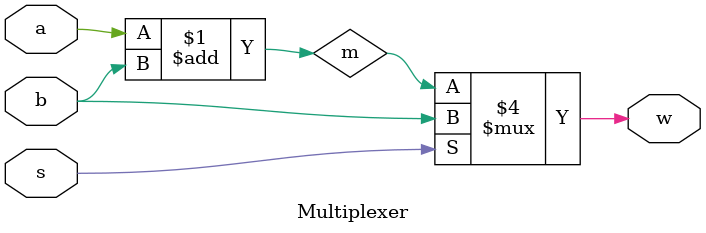
<source format=v>
`timescale 1ns / 1ps


module Multiplexer(
    input a,
    input b,
    input s,
    
    output reg w
    );
    
    wire m;
    assign m = a + b;
always @ (*) 
begin
    if(s) w = b;
    else w = m;
end
    
endmodule

</source>
